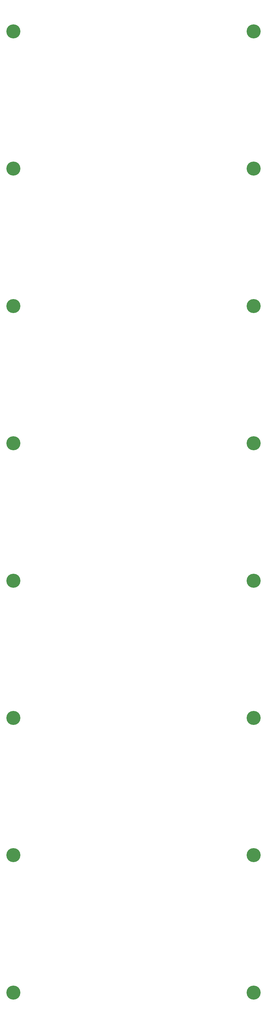
<source format=gbs>
G04 Layer: BottomSolderMaskLayer*
G04 EasyEDA v6.5.47, 2024-11-13 16:13:54*
G04 1c16752ac9c043d0a5978040c22a04db,28dbc4cd0de04f76b295d4d1f3f9c80b,10*
G04 Gerber Generator version 0.2*
G04 Scale: 100 percent, Rotated: No, Reflected: No *
G04 Dimensions in millimeters *
G04 leading zeros omitted , absolute positions ,4 integer and 5 decimal *
%FSLAX45Y45*%
%MOMM*%

%ADD10C,4.1016*%

%LPD*%
D10*
G01*
X8499983Y-10999978D03*
G01*
X1499997Y-18999962D03*
G01*
X1499997Y-14999970D03*
G01*
X8499983Y-22999954D03*
G01*
X1499997Y-10999978D03*
G01*
X8499983Y-14999970D03*
G01*
X1499997Y-6999986D03*
G01*
X8499983Y-6999986D03*
G01*
X1499997Y-2999994D03*
G01*
X8499983Y-2999994D03*
G01*
X1499997Y-22999954D03*
G01*
X1499997Y-26999945D03*
G01*
X1499997Y-30999938D03*
G01*
X8499983Y-26999945D03*
G01*
X8499983Y-30999938D03*
G01*
X8499983Y-18999962D03*
M02*

</source>
